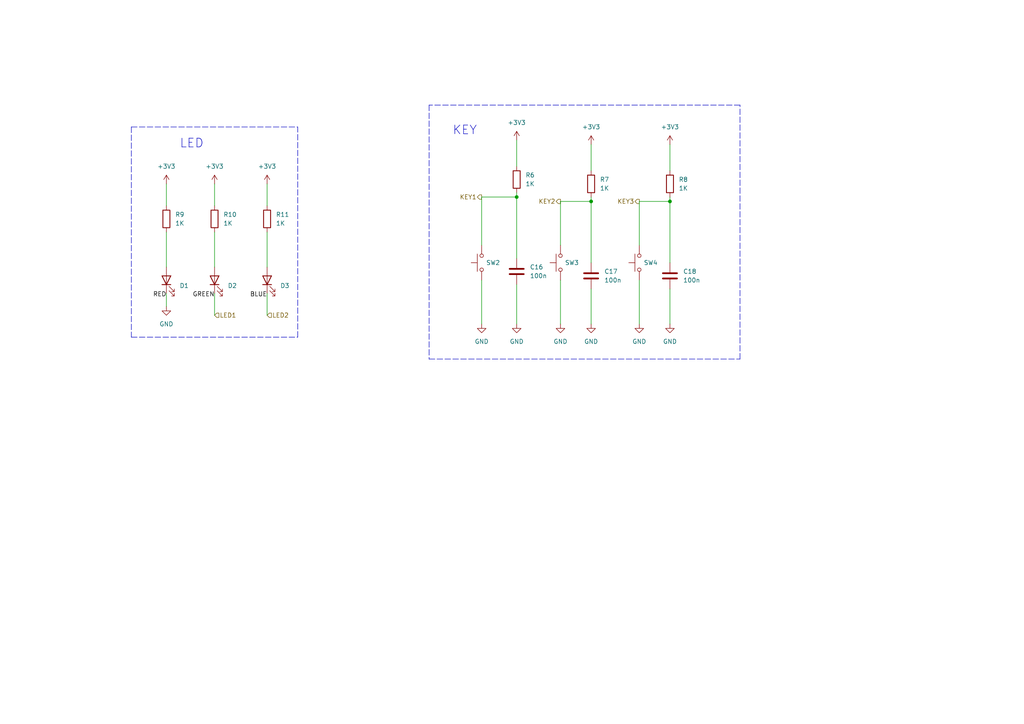
<source format=kicad_sch>
(kicad_sch (version 20211123) (generator eeschema)
  (paper "A4")
  (lib_symbols
    (symbol "Device:C" (pin_numbers hide) (pin_names (offset 0.254))
      (property "Reference" "C" (at 0.635 2.54 0))
      (property "Value" "C" (at 0.635 -2.54 0))
      (symbol "C_0_1"
        (polyline (pts (xy -2.032 -0.762) (xy 2.032 -0.762)) (stroke (width 0.508)))
        (polyline (pts (xy -2.032 0.762) (xy 2.032 0.762)) (stroke (width 0.508)))
      )
      (symbol "C_1_1"
        (pin passive line (at 0 3.81 270) (length 2.794) (name "~") (number "1"))
        (pin passive line (at 0 -3.81 90) (length 2.794) (name "~") (number "2"))
      )
    )
    (symbol "Device:LED" (pin_numbers hide) (pin_names (offset 1.016) hide)
      (property "Reference" "D" (at 0 2.54 0))
      (property "Value" "LED" (at 0 -2.54 0))
      (symbol "LED_0_1"
        (polyline (pts (xy -1.27 -1.27) (xy -1.27 1.27)) (stroke (width 0.254)))
        (polyline (pts (xy -1.27 0) (xy 1.27 0)))
        (polyline (pts (xy 1.27 -1.27) (xy 1.27 1.27) (xy -1.27 0) (xy 1.27 -1.27)) (stroke (width 0.254)))
        (polyline (pts (xy -3.048 -0.762) (xy -4.572 -2.286) (xy -3.81 -2.286) (xy -4.572 -2.286) (xy -4.572 -1.524)))
        (polyline (pts (xy -1.778 -0.762) (xy -3.302 -2.286) (xy -2.54 -2.286) (xy -3.302 -2.286) (xy -3.302 -1.524)))
      )
      (symbol "LED_1_1"
        (pin passive line (at -3.81 0 0) (length 2.54) (name "K") (number "1"))
        (pin passive line (at 3.81 0 180) (length 2.54) (name "A") (number "2"))
      )
    )
    (symbol "Device:R" (pin_numbers hide) (pin_names (offset 0))
      (property "Reference" "R" (at 2.032 0 90))
      (property "Value" "R" (at 0 0 90))
      (symbol "R_0_1"
        (rectangle (start -1.016 -2.54) (end 1.016 2.54) (stroke (width 0.254)))
      )
      (symbol "R_1_1"
        (pin passive line (at 0 3.81 270) (length 1.27) (name "~") (number "1"))
        (pin passive line (at 0 -3.81 90) (length 1.27) (name "~") (number "2"))
      )
    )
    (symbol "Switch:SW_Push" (pin_numbers hide) (pin_names (offset 1.016) hide)
      (property "Reference" "SW" (at 1.27 2.54 0))
      (property "Value" "SW_Push" (at 0 -1.524 0))
      (symbol "SW_Push_0_1"
        (circle (center -2.032 0) (radius 0.508))
        (polyline (pts (xy 0 1.27) (xy 0 3.048)))
        (polyline (pts (xy 2.54 1.27) (xy -2.54 1.27)))
        (circle (center 2.032 0) (radius 0.508))
        (pin passive line (at -5.08 0 0) (length 2.54) (name "1") (number "1"))
        (pin passive line (at 5.08 0 180) (length 2.54) (name "2") (number "2"))
      )
    )
    (symbol "power:+3V3" (power) (pin_names (offset 0))
      (property "Value" "+3V3" (at 0 3.556 0))
      (symbol "+3V3_0_1"
        (polyline (pts (xy -0.762 1.27) (xy 0 2.54)))
        (polyline (pts (xy 0 0) (xy 0 2.54)))
        (polyline (pts (xy 0 2.54) (xy 0.762 1.27)))
      )
      (symbol "+3V3_1_1"
        (pin power_in line (at 0 0 90) (length 0) hide (name "+3V3") (number "1"))
      )
    )
    (symbol "power:GND" (power) (pin_names (offset 0))
      (property "Value" "GND" (at 0 -3.81 0))
      (symbol "GND_0_1"
        (polyline (pts (xy 0 0) (xy 0 -1.27) (xy 1.27 -1.27) (xy 0 -2.54) (xy -1.27 -1.27) (xy 0 -1.27)))
      )
      (symbol "GND_1_1"
        (pin power_in line (at 0 0 270) (length 0) hide (name "GND") (number "1"))
      )
    )
  )
  (junction (at 194.31 58.42))
  (junction (at 171.45 58.42))
  (junction (at 149.86 57.15))
  (wire (pts (xy 194.31 83.82) (xy 194.31 93.98)))
  (polyline (pts (xy 214.63 30.48) (xy 124.46 30.48)))
  (wire (pts (xy 139.7 81.28) (xy 139.7 93.98)))
  (wire (pts (xy 77.47 85.09) (xy 77.47 91.44)))
  (wire (pts (xy 185.42 81.28) (xy 185.42 93.98)))
  (wire (pts (xy 62.23 67.31) (xy 62.23 77.47)))
  (wire (pts (xy 149.86 40.64) (xy 149.86 48.26)))
  (wire (pts (xy 149.86 82.55) (xy 149.86 93.98)))
  (wire (pts (xy 77.47 67.31) (xy 77.47 77.47)))
  (wire (pts (xy 194.31 57.15) (xy 194.31 58.42)))
  (wire (pts (xy 171.45 41.91) (xy 171.45 49.53)))
  (wire (pts (xy 48.26 67.31) (xy 48.26 77.47)))
  (wire (pts (xy 171.45 57.15) (xy 171.45 58.42)))
  (wire (pts (xy 162.56 81.28) (xy 162.56 93.98)))
  (polyline (pts (xy 38.1 36.83) (xy 38.1 97.79)))
  (wire (pts (xy 48.26 85.09) (xy 48.26 88.9)))
  (polyline (pts (xy 38.1 97.79) (xy 86.36 97.79)))
  (wire (pts (xy 139.7 57.15) (xy 149.86 57.15)))
  (polyline (pts (xy 124.46 104.14) (xy 214.63 104.14)))
  (wire (pts (xy 185.42 58.42) (xy 194.31 58.42)))
  (wire (pts (xy 162.56 58.42) (xy 162.56 71.12)))
  (wire (pts (xy 62.23 53.34) (xy 62.23 59.69)))
  (polyline (pts (xy 38.1 36.83) (xy 86.36 36.83)))
  (polyline (pts (xy 214.63 104.14) (xy 214.63 30.48)))
  (wire (pts (xy 139.7 57.15) (xy 139.7 71.12)))
  (wire (pts (xy 171.45 83.82) (xy 171.45 93.98)))
  (wire (pts (xy 77.47 53.34) (xy 77.47 59.69)))
  (wire (pts (xy 149.86 55.88) (xy 149.86 57.15)))
  (wire (pts (xy 162.56 58.42) (xy 171.45 58.42)))
  (polyline (pts (xy 124.46 30.48) (xy 124.46 104.14)))
  (polyline (pts (xy 86.36 97.79) (xy 86.36 36.83)))
  (wire (pts (xy 171.45 58.42) (xy 171.45 76.2)))
  (wire (pts (xy 194.31 58.42) (xy 194.31 76.2)))
  (wire (pts (xy 185.42 58.42) (xy 185.42 71.12)))
  (wire (pts (xy 62.23 85.09) (xy 62.23 91.44)))
  (wire (pts (xy 149.86 57.15) (xy 149.86 74.93)))
  (wire (pts (xy 48.26 53.34) (xy 48.26 59.69)))
  (wire (pts (xy 194.31 41.91) (xy 194.31 49.53)))
  (text "KEY" (at 138.43 39.37 180) (effects (font (size 2.54 2.54)) (justify right bottom)))
  (text "LED" (at 52.07 43.18 0) (effects (font (size 2.54 2.54)) (justify left bottom)))
  (label "RED" (at 48.26 86.36 180))
  (label "GREEN" (at 62.23 86.36 180))
  (label "BLUE" (at 77.47 86.36 180))
  (hierarchical_label "LED1" (shape input) (at 62.23 91.44 0))
  (hierarchical_label "LED2" (shape input) (at 77.47 91.44 0))
  (hierarchical_label "KEY1" (shape output) (at 139.7 57.15 180))
  (hierarchical_label "KEY2" (shape output) (at 162.56 58.42 180))
  (hierarchical_label "KEY3" (shape output) (at 185.42 58.42 180))
  (symbol (lib_id "power:+3V3") (at 171.45 41.91 0) (unit 1)
    (property "Reference" "#PWR0138" (effects hide))
    (property "Value" "+3V3" (at 171.45 36.83 0))
  )
  (symbol (lib_id "Device:C") (at 194.31 80.01 0) (unit 1)
    (property "Reference" "C18" (at 198.12 78.7399 0) (effects (justify left)))
    (property "Value" "100n" (at 198.12 81.2799 0) (effects (justify left)))
    (property "Footprint" "C_0603_1608Metric" (effects hide))
  )
  (symbol (lib_id "power:+3V3") (at 62.23 53.34 0) (unit 1)
    (property "Reference" "#PWR0144" (effects hide))
    (property "Value" "+3V3" (at 62.23 48.26 0))
  )
  (symbol (lib_id "Switch:SW_Push") (at 185.42 76.2 90) (unit 1)
    (property "Reference" "SW4" (at 186.69 76.1999 90) (effects (justify right)))
    (property "Value" "SW_Push" (effects hide))
    (property "Footprint" "SW_Push_1P1T_NO_6x6mm_H9.5mm" (effects hide))
  )
  (symbol (lib_id "power:+3V3") (at 194.31 41.91 0) (unit 1)
    (property "Reference" "#PWR0142" (effects hide))
    (property "Value" "+3V3" (at 194.31 36.83 0))
  )
  (symbol (lib_id "power:GND") (at 48.26 88.9 0) (unit 1)
    (property "Reference" "#PWR0147" (effects hide))
    (property "Value" "GND" (at 48.26 93.98 0))
  )
  (symbol (lib_id "Device:R") (at 149.86 52.07 0) (unit 1)
    (property "Reference" "R6" (at 152.4 50.7999 0) (effects (justify left)))
    (property "Value" "1K" (at 152.4 53.3399 0) (effects (justify left)))
    (property "Footprint" "R_0603_1608Metric" (effects hide))
  )
  (symbol (lib_id "Device:LED") (at 62.23 81.28 90) (unit 1)
    (property "Reference" "D2" (at 66.04 82.8674 90) (effects (justify right)))
    (property "Value" "LED" (effects hide))
    (property "Footprint" "LED_0603_1608Metric" (effects hide))
  )
  (symbol (lib_id "power:GND") (at 149.86 93.98 0) (unit 1)
    (property "Reference" "#PWR0139" (effects hide))
    (property "Value" "GND" (at 149.86 99.06 0))
  )
  (symbol (lib_id "Device:C") (at 149.86 78.74 0) (unit 1)
    (property "Reference" "C16" (at 153.67 77.4699 0) (effects (justify left)))
    (property "Value" "100n" (at 153.67 80.0099 0) (effects (justify left)))
    (property "Footprint" "C_0603_1608Metric" (effects hide))
  )
  (symbol (lib_id "Device:LED") (at 77.47 81.28 90) (unit 1)
    (property "Reference" "D3" (at 81.28 82.8674 90) (effects (justify right)))
    (property "Value" "LED" (effects hide))
    (property "Footprint" "LED_0603_1608Metric" (effects hide))
  )
  (symbol (lib_id "Device:R") (at 62.23 63.5 0) (unit 1)
    (property "Reference" "R10" (at 64.77 62.2299 0) (effects (justify left)))
    (property "Value" "1K" (at 64.77 64.7699 0) (effects (justify left)))
    (property "Footprint" "R_0603_1608Metric" (effects hide))
  )
  (symbol (lib_id "Device:LED") (at 48.26 81.28 90) (unit 1)
    (property "Reference" "D1" (at 52.07 82.8674 90) (effects (justify right)))
    (property "Value" "LED" (effects hide))
    (property "Footprint" "LED_0603_1608Metric" (effects hide))
  )
  (symbol (lib_id "Device:C") (at 171.45 80.01 0) (unit 1)
    (property "Reference" "C17" (at 175.26 78.7399 0) (effects (justify left)))
    (property "Value" "100n" (at 175.26 81.2799 0) (effects (justify left)))
    (property "Footprint" "C_0603_1608Metric" (effects hide))
  )
  (symbol (lib_id "Switch:SW_Push") (at 139.7 76.2 90) (unit 1)
    (property "Reference" "SW2" (at 140.97 76.1999 90) (effects (justify right)))
    (property "Value" "SW_Push" (effects hide))
    (property "Footprint" "SW_Push_1P1T_NO_6x6mm_H9.5mm" (effects hide))
  )
  (symbol (lib_id "power:GND") (at 162.56 93.98 0) (unit 1)
    (property "Reference" "#PWR0135" (effects hide))
    (property "Value" "GND" (at 162.56 99.06 0))
  )
  (symbol (lib_id "Device:R") (at 171.45 53.34 0) (unit 1)
    (property "Reference" "R7" (at 173.99 52.0699 0) (effects (justify left)))
    (property "Value" "1K" (at 173.99 54.6099 0) (effects (justify left)))
    (property "Footprint" "R_0603_1608Metric" (effects hide))
  )
  (symbol (lib_id "Device:R") (at 48.26 63.5 0) (unit 1)
    (property "Reference" "R9" (at 50.8 62.2299 0) (effects (justify left)))
    (property "Value" "1K" (at 50.8 64.7699 0) (effects (justify left)))
    (property "Footprint" "R_0603_1608Metric" (effects hide))
  )
  (symbol (lib_id "power:GND") (at 139.7 93.98 0) (unit 1)
    (property "Reference" "#PWR0141" (effects hide))
    (property "Value" "GND" (at 139.7 99.06 0))
  )
  (symbol (lib_id "power:GND") (at 194.31 93.98 0) (unit 1)
    (property "Reference" "#PWR0143" (effects hide))
    (property "Value" "GND" (at 194.31 99.06 0))
  )
  (symbol (lib_id "Switch:SW_Push") (at 162.56 76.2 90) (unit 1)
    (property "Reference" "SW3" (at 163.83 76.1999 90) (effects (justify right)))
    (property "Value" "SW_Push" (effects hide))
    (property "Footprint" "SW_Push_1P1T_NO_6x6mm_H9.5mm" (effects hide))
  )
  (symbol (lib_id "power:+3V3") (at 77.47 53.34 0) (unit 1)
    (property "Reference" "#PWR0145" (effects hide))
    (property "Value" "+3V3" (at 77.47 48.26 0))
  )
  (symbol (lib_id "power:GND") (at 171.45 93.98 0) (unit 1)
    (property "Reference" "#PWR0136" (effects hide))
    (property "Value" "GND" (at 171.45 99.06 0))
  )
  (symbol (lib_id "power:+3V3") (at 149.86 40.64 0) (unit 1)
    (property "Reference" "#PWR0140" (effects hide))
    (property "Value" "+3V3" (at 149.86 35.56 0))
  )
  (symbol (lib_id "power:+3V3") (at 48.26 53.34 0) (unit 1)
    (property "Reference" "#PWR0146" (effects hide))
    (property "Value" "+3V3" (at 48.26 48.26 0))
  )
  (symbol (lib_id "power:GND") (at 185.42 93.98 0) (unit 1)
    (property "Reference" "#PWR0137" (effects hide))
    (property "Value" "GND" (at 185.42 99.06 0))
  )
  (symbol (lib_id "Device:R") (at 77.47 63.5 0) (unit 1)
    (property "Reference" "R11" (at 80.01 62.2299 0) (effects (justify left)))
    (property "Value" "1K" (at 80.01 64.7699 0) (effects (justify left)))
    (property "Footprint" "R_0603_1608Metric" (effects hide))
  )
  (symbol (lib_id "Device:R") (at 194.31 53.34 0) (unit 1)
    (property "Reference" "R8" (at 196.85 52.0699 0) (effects (justify left)))
    (property "Value" "1K" (at 196.85 54.6099 0) (effects (justify left)))
    (property "Footprint" "R_0603_1608Metric" (effects hide))
  )
)
</source>
